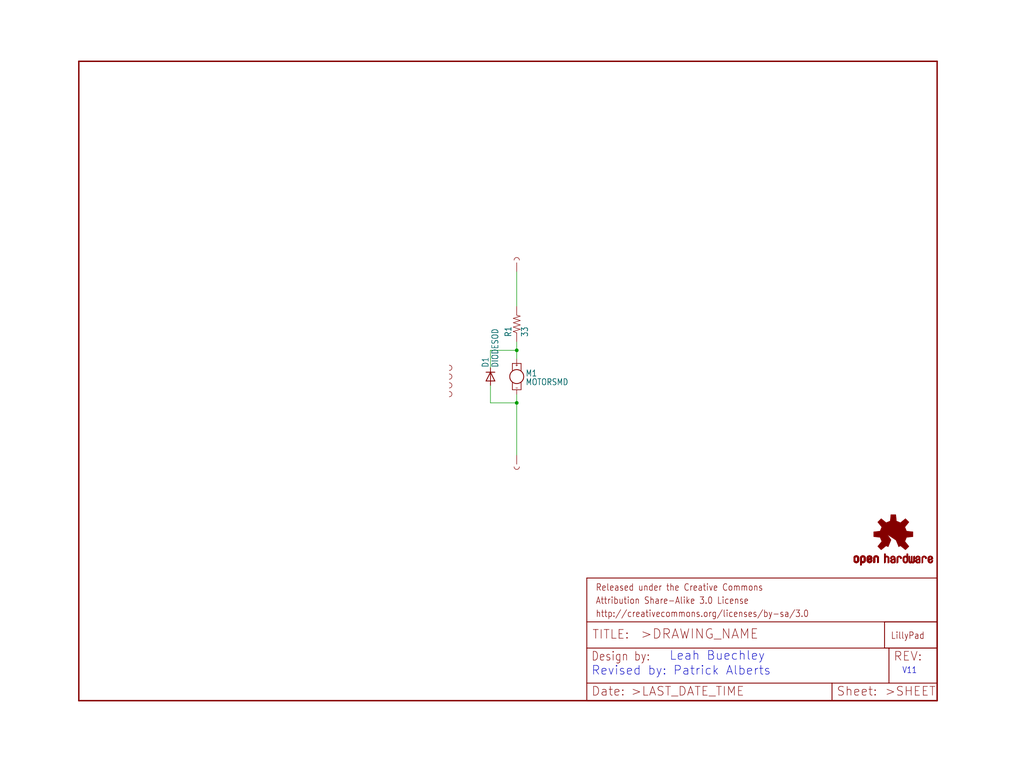
<source format=kicad_sch>
(kicad_sch (version 20211123) (generator eeschema)
  (paper "User" 297.002 223.926)
  (lib_symbols
    (symbol "schematicEagle-eagle-import:33K-1%"
      (property "Reference" "R" (at -3.81 1.4986 0))
      (property "Value" "33K-1%" (at -3.81 -3.302 0))
      (symbol "33K-1%_1_0"
        (pin passive line (at -5.08 0 0) (length 2.54) (name "1") (number "1"))
        (pin passive line (at 5.08 0 180) (length 2.54) (name "2") (number "2"))
      )
    )
    (symbol "schematicEagle-eagle-import:DIODESOD"
      (property "Reference" "D" (at 2.54 0.4826 0))
      (property "Value" "DIODESOD" (at 2.54 -2.3114 0))
      (symbol "DIODESOD_1_0"
        (pin passive line (at 2.54 0 180) (length 2.54) (name "C") (number "1"))
        (pin passive line (at -2.54 0 0) (length 2.54) (name "A") (number "2"))
      )
    )
    (symbol "schematicEagle-eagle-import:FRAME-LETTER"
      (symbol "FRAME-LETTER_2_0"
        (text ">DRAWING_NAME" (at 15.494 17.78 0) (effects (font (size 2.7432 2.7432)) (justify left bottom)))
        (text ">LAST_DATE_TIME" (at 12.7 1.27 0) (effects (font (size 2.54 2.54)) (justify left bottom)))
        (text ">SHEET" (at 86.36 1.27 0) (effects (font (size 2.54 2.54)) (justify left bottom)))
        (text "Attribution Share-Alike 3.0 License" (at 2.54 27.94 0) (effects (font (size 1.9304 1.6408)) (justify left bottom)))
        (text "Date:" (at 1.27 1.27 0) (effects (font (size 2.54 2.54)) (justify left bottom)))
        (text "Design by:" (at 1.27 11.43 0) (effects (font (size 2.54 2.159)) (justify left bottom)))
        (text "http://creativecommons.org/licenses/by-sa/3.0" (at 2.54 24.13 0) (effects (font (size 1.9304 1.6408)) (justify left bottom)))
        (text "Released under the Creative Commons" (at 2.54 31.75 0) (effects (font (size 1.9304 1.6408)) (justify left bottom)))
        (text "REV:" (at 88.9 11.43 0) (effects (font (size 2.54 2.54)) (justify left bottom)))
        (text "Sheet:" (at 72.39 1.27 0) (effects (font (size 2.54 2.54)) (justify left bottom)))
        (text "TITLE:" (at 1.524 17.78 0) (effects (font (size 2.54 2.54)) (justify left bottom)))
      )
    )
    (symbol "schematicEagle-eagle-import:LOGO-LPLP"
      (symbol "LOGO-LPLP_1_0"
        (text "LillyPad" (at -0.762 0 0) (effects (font (size 1.9304 1.6408)) (justify left bottom)))
      )
    )
    (symbol "schematicEagle-eagle-import:MOTORSMD"
      (property "Value" "MOTORSMD" (at 2.54 -2.54 0))
      (symbol "MOTORSMD_1_0"
        (pin bidirectional line (at 0 5.08 270) (length 0) (name "+") (number "P$1"))
        (pin bidirectional line (at 0 -5.08 270) (length 0) (name "-") (number "P$2"))
      )
    )
    (symbol "schematicEagle-eagle-import:OSHW-LOGOS")
    (symbol "schematicEagle-eagle-import:SEWTAP-NOHOLE2")
    (symbol "schematicEagle-eagle-import:SEWTAP-NOHOLEW-MASK")
    (symbol "schematicEagle-eagle-import:SEWTAP6"
      (symbol "SEWTAP6_1_0"
        (pin bidirectional line (at -2.54 0 180) (length 0) (name "1") (number "1"))
      )
    )
  )
  (junction (at 149.86 116.84))
  (junction (at 149.86 101.6))
  (wire (pts (xy 142.24 106.68) (xy 142.24 101.6)))
  (wire (pts (xy 149.86 132.08) (xy 149.86 116.84)))
  (wire (pts (xy 149.86 116.84) (xy 149.86 114.3)))
  (wire (pts (xy 142.24 116.84) (xy 142.24 111.76)))
  (wire (pts (xy 149.86 116.84) (xy 142.24 116.84)))
  (wire (pts (xy 149.86 78.74) (xy 149.86 88.9)))
  (wire (pts (xy 149.86 101.6) (xy 149.86 104.14)))
  (wire (pts (xy 149.86 99.06) (xy 149.86 101.6)))
  (wire (pts (xy 142.24 101.6) (xy 149.86 101.6)))
  (text "V11" (at 261.62 195.58 180) (effects (font (size 1.778 1.5113)) (justify left bottom)))
  (text "Revised by: Patrick Alberts" (at 171.45 196.088 180) (effects (font (size 2.54 2.54)) (justify left bottom)))
  (text "Leah Buechley" (at 194.056 191.77 180) (effects (font (size 2.54 2.54)) (justify left bottom)))
  (symbol (lib_id "schematicEagle-eagle-import:SEWTAP-NOHOLEW-MASK") (at 129.54 109.22 0) (unit 1)
    (property "Reference" "VIBE2" (effects hide))
    (property "Value" "SEWTAP-NOHOLEW-MASK" (effects hide))
    (property "Footprint" "schematicEagle:PETAL-NOHOLE-2SIDE-SPECIAL-W-MASK" (effects hide))
  )
  (symbol (lib_id "schematicEagle-eagle-import:SEWTAP-NOHOLE2") (at 129.54 111.76 0) (unit 1)
    (property "Reference" "VIBE3" (effects hide))
    (property "Value" "SEWTAP-NOHOLE2" (effects hide))
    (property "Footprint" "schematicEagle:PETAL-NOHOLE-2SIDE" (effects hide))
  )
  (symbol (lib_id "schematicEagle-eagle-import:MOTORSMD") (at 149.86 109.22 0) (unit 1)
    (property "Reference" "M1" (at 152.4 109.22 0) (effects (font (size 1.778 1.5113)) (justify left bottom)))
    (property "Value" "MOTORSMD" (at 152.4 111.76 0) (effects (font (size 1.778 1.5113)) (justify left bottom)))
    (property "Footprint" "schematicEagle:VIBE-MOTOR-10MM-SMD" (effects hide))
  )
  (symbol (lib_id "schematicEagle-eagle-import:33K-1%") (at 149.86 93.98 90) (unit 1)
    (property "Reference" "R1" (at 148.3614 97.79 0) (effects (font (size 1.778 1.5113)) (justify left bottom)))
    (property "Value" "33" (at 153.162 97.79 0) (effects (font (size 1.778 1.5113)) (justify left bottom)))
    (property "Footprint" "schematicEagle:0603-RES" (effects hide))
  )
  (symbol (lib_id "schematicEagle-eagle-import:LOGO-LPLP") (at 259.08 185.42 0) (unit 1)
    (property "Reference" "U$2" (effects hide))
    (property "Value" "LOGO-LPLP" (effects hide))
    (property "Footprint" "schematicEagle:LOGO-LILYPAD" (effects hide))
  )
  (symbol (lib_id "schematicEagle-eagle-import:DIODESOD") (at 142.24 109.22 90) (unit 1)
    (property "Reference" "D1" (at 141.7574 106.68 0) (effects (font (size 1.778 1.5113)) (justify left bottom)))
    (property "Value" "DIODESOD" (at 144.5514 106.68 0) (effects (font (size 1.778 1.5113)) (justify left bottom)))
    (property "Footprint" "schematicEagle:SOD-323" (effects hide))
  )
  (symbol (lib_id "schematicEagle-eagle-import:FRAME-LETTER") (at 22.86 203.2 0) (unit 1)
    (property "Reference" "FRAME1" (effects hide))
    (property "Value" "FRAME-LETTER" (effects hide))
    (property "Footprint" "schematicEagle:CREATIVE_COMMONS" (effects hide))
  )
  (symbol (lib_id "schematicEagle-eagle-import:SEWTAP6") (at 149.86 134.62 270) (unit 1)
    (property "Reference" "VIBE-0" (effects hide))
    (property "Value" "SEWTAP6" (effects hide))
    (property "Footprint" "schematicEagle:PETAL-SMALL-2SIDE" (effects hide))
  )
  (symbol (lib_id "schematicEagle-eagle-import:OSHW-LOGOS") (at 259.08 154.94 0) (unit 1)
    (property "Reference" "LOGO1" (effects hide))
    (property "Value" "OSHW-LOGOS" (effects hide))
    (property "Footprint" "schematicEagle:OSHW-LOGO-S" (effects hide))
  )
  (symbol (lib_id "schematicEagle-eagle-import:SEWTAP-NOHOLE2") (at 129.54 106.68 0) (unit 1)
    (property "Reference" "VIBE1" (effects hide))
    (property "Value" "SEWTAP-NOHOLE2" (effects hide))
    (property "Footprint" "schematicEagle:PETAL-NOHOLE-2SIDE" (effects hide))
  )
  (symbol (lib_id "schematicEagle-eagle-import:FRAME-LETTER") (at 170.18 203.2 0) (unit 2)
    (property "Reference" "FRAME1" (effects hide))
    (property "Value" "FRAME-LETTER" (effects hide))
    (property "Footprint" "schematicEagle:CREATIVE_COMMONS" (effects hide))
  )
  (symbol (lib_id "schematicEagle-eagle-import:SEWTAP6") (at 149.86 76.2 90) (unit 1)
    (property "Reference" "VIBE+0" (effects hide))
    (property "Value" "SEWTAP6" (effects hide))
    (property "Footprint" "schematicEagle:PETAL-SMALL-2SIDE" (effects hide))
  )
  (symbol (lib_id "schematicEagle-eagle-import:SEWTAP-NOHOLE2") (at 129.54 114.3 0) (unit 1)
    (property "Reference" "VIBE4" (effects hide))
    (property "Value" "SEWTAP-NOHOLE2" (effects hide))
    (property "Footprint" "schematicEagle:PETAL-NOHOLE-2SIDE" (effects hide))
  )
)
</source>
